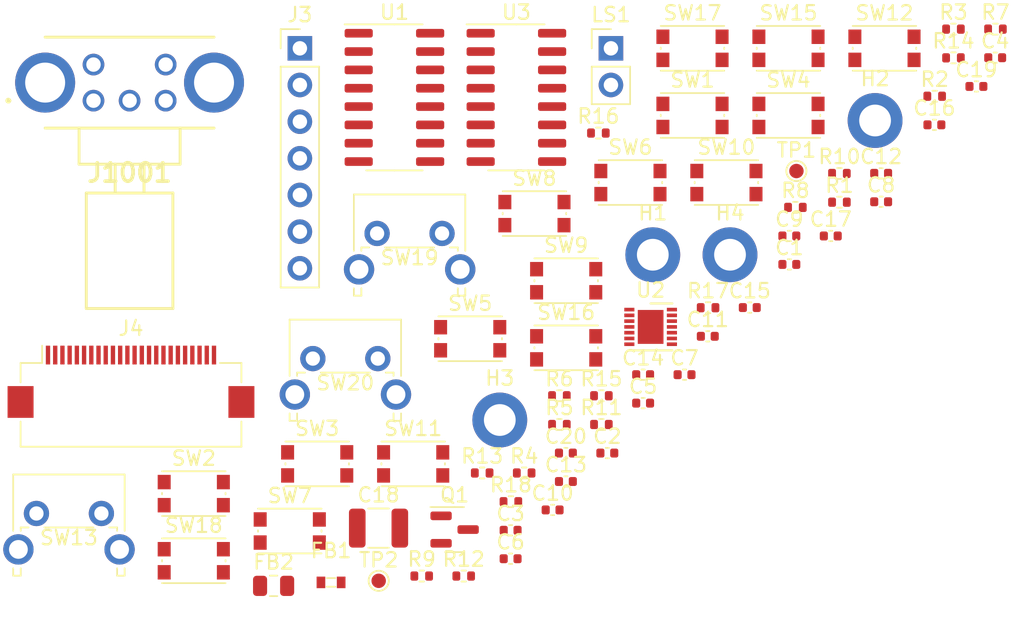
<source format=kicad_pcb>
(kicad_pcb (version 20211014) (generator pcbnew)
  (layers (0 "F.Cu" signal) (31 "B.Cu" signal) (34 "B.Paste" user) (35 "F.Paste" user) (36 "B.SilkS" user "B.Silkscreen") (37 "F.SilkS" user "F.Silkscreen") (38 "B.Mask" user) (39 "F.Mask" user) (44 "Edge.Cuts" user))
  (net 0 "")
  (net 1 "ENC_A")
  (net 2 "GND")
  (net 3 "ENC_B")
  (net 4 "Net-(C3-Pad1)")
  (net 5 "Net-(C4-Pad1)")
  (net 6 "ENC_BTN")
  (net 7 "BTN_F1")
  (net 8 "MIC")
  (net 9 "Net-(C7-Pad2)")
  (net 10 "Net-(C8-Pad1)")
  (net 11 "VDD")
  (net 12 "Net-(C10-Pad1)")
  (net 13 "BTN_F2")
  (net 14 "Net-(C12-Pad1)")
  (net 15 "VIN")
  (net 16 "Net-(FB1-Pad2)")
  (net 17 "OLED_RST")
  (net 18 "OLED_DC")
  (net 19 "OLED_CS")
  (net 20 "OLED_SPI_SCK")
  (net 21 "OLED_SPI_MOSI")
  (net 22 "KBD_CS")
  (net 23 "KBD_SPI_MISO")
  (net 24 "PTT_IN")
  (net 25 "MIC_MUTE")
  (net 26 "MIC_GAIN")
  (net 27 "SPK_P")
  (net 28 "SPK_N")
  (net 29 "AUDIO_MIC")
  (net 30 "Net-(R1-Pad1)")
  (net 31 "Net-(R2-Pad1)")
  (net 32 "Net-(R6-Pad2)")
  (net 35 "INT_SPK")
  (net 36 "Net-(Q1-Pad1)")
  (net 37 "KBD_N_CS")
  (net 38 "Net-(R12-Pad1)")
  (net 39 "Net-(R11-Pad1)")
  (net 40 "Net-(R13-Pad1)")
  (net 41 "Net-(R15-Pad1)")
  (net 42 "Net-(R16-Pad2)")
  (net 43 "C1")
  (net 44 "R1")
  (net 45 "R2")
  (net 46 "R3")
  (net 47 "R4")
  (net 48 "C2")
  (net 49 "C3")
  (net 50 "C4")
  (net 55 "SISO")
  (footprint "Fuse:Fuse_0805_2012Metric" (layer "F.Cu") (at 109.558 101.518)
    (fp_text reference "FB2" (at 0 -1.65) (layer "F.SilkS"))
    (fp_text value "FB0805")
    (pad "1" smd roundrect (at -0.9375 0) (size 0.975 1.4) (layers "F.Cu" "F.Paste" "F.Mask") (net 11 "VDD"))
    (pad "2" smd roundrect (at 0.9375 0) (size 0.975 1.4) (layers "F.Cu" "F.Paste" "F.Mask") (net 15 "VIN"))
  )
  (footprint "Capacitor_SMD:C_1210_3225Metric" (layer "F.Cu") (at 116.828 97.518)
    (fp_text reference "C18" (at 0 -2.3) (layer "F.SilkS"))
    (fp_text value "22u")
    (pad "1" smd roundrect (at -1.475 0) (size 1.15 2.7) (layers "F.Cu" "F.Paste" "F.Mask") (roundrect_rratio 0.217391) (net 11 "VDD"))
    (pad "2" smd roundrect (at 1.475 0) (size 1.15 2.7) (layers "F.Cu" "F.Paste" "F.Mask") (roundrect_rratio 0.217391) (net 2 "GND"))
  )
  (footprint "Capacitor_SMD:C_0402_1005Metric" (layer "F.Cu") (at 125.978 99.638)
    (fp_text reference "C6" (at 0 -1.16) (layer "F.SilkS"))
    (fp_text value "100n")
    (pad "1" smd roundrect (at -0.48 0) (size 0.56 0.62) (layers "F.Cu" "F.Paste" "F.Mask") (net 7 "BTN_F1"))
    (pad "2" smd roundrect (at 0.48 0) (size 0.56 0.62) (layers "F.Cu" "F.Paste" "F.Mask") (net 2 "GND"))
  )
  (footprint "SamacSys_Parts2:ACZ11BR4E15FA120C" (layer "F.Cu") (at 97.081 67.903)
    (fp_text reference "J1001" (at 2.5 5) (layer "F.SilkS") (effects (font (size 1.27 1.27) (thickness 0.254))))
    (fp_text value "ACZ11BR4E-15FA1-20C" hide)
    (pad "A1" thru_hole circle locked (at 0 0) (size 1.5 1.5) (drill 1) (layers *.Cu *.Mask) (net 30 "Net-(R1-Pad1)"))
    (pad "B1" thru_hole circle locked (at 5 0) (size 1.5 1.5) (drill 1) (layers *.Cu *.Mask) (net 31 "Net-(R2-Pad1)"))
    (pad "C1" thru_hole circle locked (at 2.5 0) (size 1.5 1.5) (drill 1) (layers *.Cu *.Mask) (net 2 "GND"))
    (pad "MH1" thru_hole circle locked (at -3.35 -1.25) (size 4.155 4.155) (drill 2.77) (layers *.Cu *.Mask))
    (pad "MH2" thru_hole circle locked (at 8.35 -1.25) (size 4.155 4.155) (drill 2.77) (layers *.Cu *.Mask))
    (pad "S1" thru_hole circle locked (at 0 -2.5) (size 1.5 1.5) (drill 1) (layers *.Cu *.Mask) (net 32 "Net-(R6-Pad2)"))
    (pad "S2" thru_hole circle locked (at 5 -2.5) (size 1.5 1.5) (drill 1) (layers *.Cu *.Mask) (net 2 "GND"))
  )
  (footprint "Capacitor_SMD:C_0402_1005Metric" (layer "F.Cu") (at 128.888 96.258)
    (fp_text reference "C10" (at 0 -1.16) (layer "F.SilkS"))
    (fp_text value "470n")
    (pad "1" smd roundrect (at -0.48 0) (size 0.56 0.62) (layers "F.Cu" "F.Paste" "F.Mask") (net 12 "Net-(C10-Pad1)"))
    (pad "2" smd roundrect (at 0.48 0) (size 0.56 0.62) (layers "F.Cu" "F.Paste" "F.Mask") (net 2 "GND"))
  )
  (footprint "Button_Switch_SMD:SW_Push_1P1T_NO_CK_KMR2" (layer "F.Cu") (at 138.578 68.928)
    (fp_text reference "SW1" (at 0 -2.45) (layer "F.SilkS"))
    (fp_text value "SW_Push_45deg")
    (pad "1" smd rect (at 2.05 -0.8) (size 0.9 1) (layers "F.Cu" "F.Paste" "F.Mask") (net 43 "C1"))
    (pad "1" smd rect (at -2.05 -0.8) (size 0.9 1) (layers "F.Cu" "F.Paste" "F.Mask") (net 43 "C1"))
    (pad "2" smd rect (at -2.05 0.8) (size 0.9 1) (layers "F.Cu" "F.Paste" "F.Mask") (net 44 "R1"))
    (pad "2" smd rect (at 2.05 0.8) (size 0.9 1) (layers "F.Cu" "F.Paste" "F.Mask") (net 44 "R1"))
  )
  (footprint "Resistor_SMD:R_0402_1005Metric" (layer "F.Cu") (at 122.728 100.838)
    (fp_text reference "R12" (at 0 -1.17) (layer "F.SilkS"))
    (fp_text value "10k")
    (pad "1" smd roundrect (at -0.51 0) (size 0.54 0.64) (layers "F.Cu" "F.Paste" "F.Mask") (net 38 "Net-(R12-Pad1)"))
    (pad "2" smd roundrect (at 0.51 0) (size 0.54 0.64) (layers "F.Cu" "F.Paste" "F.Mask") (net 7 "BTN_F1"))
  )
  (footprint "Package_DFN_QFN:DFN-14-1EP_3x3mm_P0.4mm_EP1.78x2.35mm" (layer "F.Cu") (at 135.678 83.578)
    (fp_text reference "U2" (at 0 -2.55) (layer "F.SilkS"))
    (fp_text value "MAX9814")
    (pad "1" smd rect (at -1.475 -1.2) (size 0.7 0.25) (layers "F.Cu" "F.Paste" "F.Mask") (net 10 "Net-(C8-Pad1)"))
    (pad "2" smd rect (at -1.475 -0.8) (size 0.7 0.25) (layers "F.Cu" "F.Paste" "F.Mask") (net 25 "MIC_MUTE"))
    (pad "3" smd rect (at -1.475 -0.4) (size 0.7 0.25) (layers "F.Cu" "F.Paste" "F.Mask") (net 14 "Net-(C12-Pad1)"))
    (pad "4" smd rect (at -1.475 0) (size 0.7 0.25) (layers "F.Cu" "F.Paste" "F.Mask") (net 2 "GND"))
    (pad "5" smd rect (at -1.475 0.4) (size 0.7 0.25) (layers "F.Cu" "F.Paste" "F.Mask") (net 11 "VDD"))
    (pad "6" smd rect (at -1.475 0.8) (size 0.7 0.25) (layers "F.Cu" "F.Paste" "F.Mask") (net 29 "AUDIO_MIC"))
    (pad "7" smd rect (at -1.475 1.2) (size 0.7 0.25) (layers "F.Cu" "F.Paste" "F.Mask") (net 2 "GND"))
    (pad "8" smd rect (at 1.475 1.2) (size 0.7 0.25) (layers "F.Cu" "F.Paste" "F.Mask") (net 9 "Net-(C7-Pad2)"))
    (pad "9" smd rect (at 1.475 0.8) (size 0.7 0.25) (layers "F.Cu" "F.Paste" "F.Mask"))
    (pad "10" smd rect (at 1.475 0.4) (size 0.7 0.25) (layers "F.Cu" "F.Paste" "F.Mask") (net 40 "Net-(R13-Pad1)"))
    (pad "11" smd rect (at 1.475 0) (size 0.7 0.25) (layers "F.Cu" "F.Paste" "F.Mask") (net 2 "GND"))
    (pad "12" smd rect (at 1.475 -0.4) (size 0.7 0.25) (layers "F.Cu" "F.Paste" "F.Mask") (net 12 "Net-(C10-Pad1)"))
    (pad "13" smd rect (at 1.475 -0.8) (size 0.7 0.25) (layers "F.Cu" "F.Paste" "F.Mask") (net 39 "Net-(R11-Pad1)"))
    (pad "14" smd rect (at 1.475 -1.2) (size 0.7 0.25) (layers "F.Cu" "F.Paste" "F.Mask") (net 41 "Net-(R15-Pad1)"))
    (pad "15" smd rect (at 0 0) (size 1.78 2.35) (layers "F.Cu" "F.Mask") (net 2 "GND"))
  )
  (footprint "Connector_PinHeader_2.54mm:PinHeader_1x07_P2.54mm_Vertical" (layer "F.Cu") (at 111.378 64.278)
    (fp_text reference "J3" (at 0 -2.33) (layer "F.SilkS"))
    (fp_text value "OLED")
    (pad "1" thru_hole rect (at 0 0) (size 1.7 1.7) (drill 1) (layers *.Cu *.Mask) (net 17 "OLED_RST"))
    (pad "2" thru_hole oval (at 0 2.54) (size 1.7 1.7) (drill 1) (layers *.Cu *.Mask) (net 18 "OLED_DC"))
    (pad "3" thru_hole oval (at 0 5.08) (size 1.7 1.7) (drill 1) (layers *.Cu *.Mask) (net 19 "OLED_CS"))
    (pad "4" thru_hole oval (at 0 7.62) (size 1.7 1.7) (drill 1) (layers *.Cu *.Mask) (net 20 "OLED_SPI_SCK"))
    (pad "5" thru_hole oval (at 0 10.16) (size 1.7 1.7) (drill 1) (layers *.Cu *.Mask) (net 21 "OLED_SPI_MOSI"))
    (pad "6" thru_hole oval (at 0 12.7) (size 1.7 1.7) (drill 1) (layers *.Cu *.Mask) (net 2 "GND"))
    (pad "7" thru_hole oval (at 0 15.24) (size 1.7 1.7) (drill 1) (layers *.Cu *.Mask) (net 11 "VDD"))
  )
  (footprint "Package_TO_SOT_SMD:SOT-23" (layer "F.Cu") (at 122.098 97.618)
    (fp_text reference "Q1" (at 0 -2.4) (layer "F.SilkS"))
    (fp_text value "BSS138")
    (pad "1" smd roundrect (at -0.9375 -0.95) (size 1.475 0.6) (layers "F.Cu" "F.Paste" "F.Mask") (net 36 "Net-(Q1-Pad1)"))
    (pad "2" smd roundrect (at -0.9375 0.95) (size 1.475 0.6) (layers "F.Cu" "F.Paste" "F.Mask") (net 2 "GND"))
    (pad "3" smd roundrect (at 0.9375 0) (size 1.475 0.6) (layers "F.Cu" "F.Paste" "F.Mask") (net 37 "KBD_N_CS"))
  )
  (footprint "Button_Switch_SMD:SW_Push_1P1T_NO_CK_KMR2" (layer "F.Cu") (at 104.028 95.128)
    (fp_text reference "SW2" (at 0 -2.45) (layer "F.SilkS"))
    (fp_text value "SW_Push_45deg")
    (pad "1" smd rect (at 2.05 -0.8) (size 0.9 1) (layers "F.Cu" "F.Paste" "F.Mask") (net 43 "C1"))
    (pad "1" smd rect (at -2.05 -0.8) (size 0.9 1) (layers "F.Cu" "F.Paste" "F.Mask") (net 43 "C1"))
    (pad "2" smd rect (at -2.05 0.8) (size 0.9 1) (layers "F.Cu" "F.Paste" "F.Mask") (net 45 "R2"))
    (pad "2" smd rect (at 2.05 0.8) (size 0.9 1) (layers "F.Cu" "F.Paste" "F.Mask") (net 45 "R2"))
  )
  (footprint "Capacitor_SMD:C_0402_1005Metric" (layer "F.Cu") (at 151.648 72.938)
    (fp_text reference "C12" (at 0 -1.16) (layer "F.SilkS"))
    (fp_text value "2u2")
    (pad "1" smd roundrect (at -0.48 0) (size 0.56 0.62) (layers "F.Cu" "F.Paste" "F.Mask") (net 14 "Net-(C12-Pad1)"))
    (pad "2" smd roundrect (at 0.48 0) (size 0.56 0.62) (layers "F.Cu" "F.Paste" "F.Mask") (net 2 "GND"))
  )
  (footprint "Button_Switch_THT:SW_Tactile_SPST_Angled_PTS645Vx31-2LFS" (layer "F.Cu") (at 93.128 96.503)
    (fp_text reference "SW13" (at 2.25 1.68) (layer "F.SilkS"))
    (fp_text value "PTT")
    (pad "" thru_hole circle (at -1.25 2.49) (size 2.1 2.1) (drill 1.3) (layers *.Cu *.Mask))
    (pad "" thru_hole circle (at 5.76 2.49) (size 2.1 2.1) (drill 1.3) (layers *.Cu *.Mask))
    (pad "1" thru_hole circle (at 0 0) (size 1.75 1.75) (drill 0.99) (layers *.Cu *.Mask) (net 2 "GND"))
    (pad "2" thru_hole circle (at 4.5 0) (size 1.75 1.75) (drill 0.99) (layers *.Cu *.Mask) (net 5 "Net-(C4-Pad1)"))
  )
  (footprint "Capacitor_SMD:C_0402_1005Metric" (layer "F.Cu") (at 145.288 77.278)
    (fp_text reference "C9" (at 0 -1.16) (layer "F.SilkS"))
    (fp_text value "100n")
    (pad "1" smd roundrect (at -0.48 0) (size 0.56 0.62) (layers "F.Cu" "F.Paste" "F.Mask") (net 11 "VDD"))
    (pad "2" smd roundrect (at 0.48 0) (size 0.56 0.62) (layers "F.Cu" "F.Paste" "F.Mask") (net 2 "GND"))
  )
  (footprint "Capacitor_SMD:C_0402_1005Metric" (layer "F.Cu") (at 135.158 88.858)
    (fp_text reference "C5" (at 0 -1.16) (layer "F.SilkS"))
    (fp_text value "10nF")
    (pad "1" smd roundrect (at -0.48 0) (size 0.56 0.62) (layers "F.Cu" "F.Paste" "F.Mask") (net 6 "ENC_BTN"))
    (pad "2" smd roundrect (at 0.48 0) (size 0.56 0.62) (layers "F.Cu" "F.Paste" "F.Mask") (net 2 "GND"))
  )
  (footprint "Capacitor_SMD:C_0402_1005Metric" (layer "F.Cu") (at 132.678 92.318)
    (fp_text reference "C2" (at 0 -1.16) (layer "F.SilkS"))
    (fp_text value "10nF")
    (pad "1" smd roundrect (at -0.48 0) (size 0.56 0.62) (layers "F.Cu" "F.Paste" "F.Mask") (net 3 "ENC_B"))
    (pad "2" smd roundrect (at 0.48 0) (size 0.56 0.62) (layers "F.Cu" "F.Paste" "F.Mask") (net 2 "GND"))
  )
  (footprint "Package_SO:SOIC-16_3.9x9.9mm_P1.27mm" (layer "F.Cu") (at 117.928 67.678)
    (fp_text reference "U1" (at 0 -5.9) (layer "F.SilkS"))
    (fp_text value "74HC595")
    (pad "1" smd roundrect (at -2.475 -4.445) (size 1.95 0.6) (layers "F.Cu" "F.Paste" "F.Mask") (net 45 "R2"))
    (pad "2" smd roundrect (at -2.475 -3.175) (size 1.95 0.6) (layers "F.Cu" "F.Paste" "F.Mask") (net 46 "R3"))
    (pad "3" smd roundrect (at -2.475 -1.905) (size 1.95 0.6) (layers "F.Cu" "F.Paste" "F.Mask") (net 47 "R4"))
    (pad "4" smd roundrect (at -2.475 -0.635) (size 1.95 0.6) (layers "F.Cu" "F.Paste" "F.Mask"))
    (pad "5" smd roundrect (at -2.475 0.635) (size 1.95 0.6) (layers "F.Cu" "F.Paste" "F.Mask"))
    (pad "6" smd roundrect (at -2.475 1.905) (size 1.95 0.6) (layers "F.Cu" "F.Paste" "F.Mask"))
    (pad "7" smd roundrect (at -2.475 3.175) (size 1.95 0.6) (layers "F.Cu" "F.Paste" "F.Mask"))
    (pad "8" smd roundrect (at -2.475 4.445) (size 1.95 0.6) (layers "F.Cu" "F.Paste" "F.Mask") (net 2 "GND"))
    (pad "9" smd roundrect (at 2.475 4.445) (size 1.95 0.6) (layers "F.Cu" "F.Paste" "F.Mask") (net 55 "SISO"))
    (pad "10" smd roundrect (at 2.475 3.175) (size 1.95 0.6) (layers "F.Cu" "F.Paste" "F.Mask") (net 11 "VDD"))
    (pad "11" smd roundrect (at 2.475 1.905) (size 1.95 0.6) (layers "F.Cu" "F.Paste" "F.Mask") (net 20 "OLED_SPI_SCK"))
    (pad "12" smd roundrect (at 2.475 0.635) (size 1.95 0.6) (layers "F.Cu" "F.Paste" "F.Mask") (net 22 "KBD_CS"))
    (pad "13" smd roundrect (at 2.475 -0.635) (size 1.95 0.6) (layers "F.Cu" "F.Paste" "F.Mask") (net 2 "GND"))
    (pad "14" smd roundrect (at 2.475 -1.905) (size 1.95 0.6) (layers "F.Cu" "F.Paste" "F.Mask") (net 21 "OLED_SPI_MOSI"))
    (pad "15" smd roundrect (at 2.475 -3.175) (size 1.95 0.6) (layers "F.Cu" "F.Paste" "F.Mask") (net 44 "R1"))
    (pad "16" smd roundrect (at 2.475 -4.445) (size 1.95 0.6) (layers "F.Cu" "F.Paste" "F.Mask") (net 11 "VDD"))
  )
  (footprint "Capacitor_SMD:C_0402_1005Metric" (layer "F.Cu") (at 155.338 69.578)
    (fp_text reference "C16" (at 0 -1.16) (layer "F.SilkS"))
    (fp_text value "2u2")
    (pad "1" smd roundrect (at -0.48 0) (size 0.56 0.62) (layers "F.Cu" "F.Paste" "F.Mask") (net 11 "VDD"))
    (pad "2" smd roundrect (at 0.48 0) (size 0.56 0.62) (layers "F.Cu" "F.Paste" "F.Mask") (net 2 "GND"))
  )
  (footprint "Button_Switch_SMD:SW_Push_1P1T_NO_CK_KMR2" (layer "F.Cu") (at 134.278 73.578)
    (fp_text reference "SW6" (at 0 -2.45) (layer "F.SilkS"))
    (fp_text value "SW_Push_45deg")
    (pad "1" smd rect (at 2.05 -0.8) (size 0.9 1) (layers "F.Cu" "F.Paste" "F.Mask") (net 48 "C2"))
    (pad "1" smd rect (at -2.05 -0.8) (size 0.9 1) (layers "F.Cu" "F.Paste" "F.Mask") (net 48 "C2"))
    (pad "2" smd rect (at -2.05 0.8) (size 0.9 1) (layers "F.Cu" "F.Paste" "F.Mask") (net 45 "R2"))
    (pad "2" smd rect (at 2.05 0.8) (size 0.9 1) (layers "F.Cu" "F.Paste" "F.Mask") (net 45 "R2"))
  )
  (footprint "MountingHole:MountingHole_2.2mm_M2_DIN965_Pad" (layer "F.Cu") (at 141.178 78.578)
    (fp_text reference "H4" (at 0 -2.9) (layer "F.SilkS"))
    (fp_text value "M2")
    (pad "1" thru_hole circle (at 0 0) (size 3.8 3.8) (drill 2.2) (layers *.Cu *.Mask) (net 2 "GND"))
  )
  (footprint "Capacitor_SMD:C_0402_1005Metric" (layer "F.Cu") (at 142.548 82.238)
    (fp_text reference "C15" (at 0 -1.16) (layer "F.SilkS"))
    (fp_text value "1u")
    (pad "1" smd roundrect (at -0.48 0) (size 0.56 0.62) (layers "F.Cu" "F.Paste" "F.Mask") (net 15 "VIN"))
    (pad "2" smd roundrect (at 0.48 0) (size 0.56 0.62) (layers "F.Cu" "F.Paste" "F.Mask") (net 2 "GND"))
  )
  (footprint "Connector_FFC-FPC:Hirose_FH12-24S-0.5SH_1x24-1MP_P0.50mm_Horizontal" (layer "F.Cu") (at 99.678 87.378)
    (fp_text reference "J4" (at 0 -3.7) (layer "F.SilkS"))
    (fp_text value "Conn_01x24")
    (pad "1" smd rect (at -5.75 -1.85) (size 0.3 1.3) (layers "F.Cu" "F.Paste" "F.Mask") (net 15 "VIN"))
    (pad "2" smd rect (at -5.25 -1.85) (size 0.3 1.3) (layers "F.Cu" "F.Paste" "F.Mask") (net 22 "KBD_CS"))
    (pad "3" smd rect (at -4.75 -1.85) (size 0.3 1.3) (layers "F.Cu" "F.Paste" "F.Mask") (net 23 "KBD_SPI_MISO"))
    (pad "4" smd rect (at -4.25 -1.85) (size 0.3 1.3) (layers "F.Cu" "F.Paste" "F.Mask") (net 21 "OLED_SPI_MOSI"))
    (pad "5" smd rect (at -3.75 -1.85) (size 0.3 1.3) (layers "F.Cu" "F.Paste" "F.Mask") (net 20 "OLED_SPI_SCK"))
    (pad "6" smd rect (at -3.25 -1.85) (size 0.3 1.3) (layers "F.Cu" "F.Paste" "F.Mask") (net 19 "OLED_CS"))
    (pad "7" smd rect (at -2.75 -1.85) (size 0.3 1.3) (layers "F.Cu" "F.Paste" "F.Mask") (net 18 "OLED_DC"))
    (pad "8" smd rect (at -2.25 -1.85) (size 0.3 1.3) (layers "F.Cu" "F.Paste" "F.Mask") (net 17 "OLED_RST"))
    (pad "9" smd rect (at -1.75 -1.85) (size 0.3 1.3) (layers "F.Cu" "F.Paste" "F.Mask") (net 15 "VIN"))
    (pad "10" smd rect (at -1.25 -1.85) (size 0.3 1.3) (layers "F.Cu" "F.Paste" "F.Mask") (net 15 "VIN"))
    (pad "11" smd rect (at -0.75 -1.85) (size 0.3 1.3) (layers "F.Cu" "F.Paste" "F.Mask") (net 2 "GND"))
    (pad "12" smd rect (at -0.25 -1.85) (size 0.3 1.3) (layers "F.Cu" "F.Paste" "F.Mask") (net 7 "BTN_F1"))
    (pad "13" smd rect (at 0.25 -1.85) (size 0.3 1.3) (layers "F.Cu" "F.Paste" "F.Mask") (net 13 "BTN_F2"))
    (pad "14" smd rect (at 0.75 -1.85) (size 0.3 1.3) (layers "F.Cu" "F.Paste" "F.Mask") (net 24 "PTT_IN"))
    (pad "15" smd rect (at 1.25 -1.85) (size 0.3 1.3) (layers "F.Cu" "F.Paste" "F.Mask") (net 1 "ENC_A"))
    (pad "16" smd rect (at 1.75 -1.85) (size 0.3 1.3) (layers "F.Cu" "F.Paste" "F.Mask") (net 3 "ENC_B"))
    (pad "17" smd rect (at 2.25 -1.85) (size 0.3 1.3) (layers "F.Cu" "F.Paste" "F.Mask") (net 6 "ENC_BTN"))
    (pad "18" smd rect (at 2.75 -1.85) (size 0.3 1.3) (layers "F.Cu" "F.Paste" "F.Mask") (net 25 "MIC_MUTE"))
    (pad "19" smd rect (at 3.25 -1.85) (size 0.3 1.3) (layers "F.Cu" "F.Paste" "F.Mask") (net 26 "MIC_GAIN"))
    (pad "20" smd rect (at 3.75 -1.85) (size 0.3 1.3) (layers "F.Cu" "F.Paste" "F.Mask") (net 2 "GND"))
    (pad "21" smd rect (at 4.25 -1.85) (size 0.3 1.3) (layers "F.Cu" "F.Paste" "F.Mask") (net 27 "SPK_P"))
    (pad "22" smd rect (at 4.75 -1.85) (size 0.3 1.3) (layers "F.Cu" "F.Paste" "F.Mask") (net 28 "SPK_N"))
    (pad "23" smd rect (at 5.25 -1.85) (size 0.3 1.3) (layers "F.Cu" "F.Paste" "F.Mask") (net 2 "GND"))
    (pad "24" smd rect (at 5.75 -1.85) (size 0.3 1.3) (layers "F.Cu" "F.Paste" "F.Mask") (net 29 "AUDIO_MIC"))
    (pad "MP" smd rect (at 7.65 1.4) (size 1.8 2.2) (layers "F.Cu" "F.Paste" "F.Mask"))
    (pad "MP" smd rect (at -7.65 1.4) (size 1.8 2.2) (layers "F.Cu" "F.Paste" "F.Mask"))
  )
  (footprint "Button_Switch_SMD:SW_Push_1P1T_NO_CK_KMR2" (layer "F.Cu") (at 127.628 75.728)
    (fp_text reference "SW8" (at 0 -2.45) (layer "F.SilkS"))
    (fp_text value "SW_Push_45deg")
    (pad "1" smd rect (at 2.05 -0.8) (size 0.9 1) (layers "F.Cu" "F.Paste" "F.Mask") (net 48 "C2"))
    (pad "1" smd rect (at -2.05 -0.8) (size 0.9 1) (layers "F.Cu" "F.Paste" "F.Mask") (net 48 "C2"))
    (pad "2" smd rect (at 2.05 0.8) (size 0.9 1) (layers "F.Cu" "F.Paste" "F.Mask") (net 47 "R4"))
    (pad "2" smd rect (at -2.05 0.8) (size 0.9 1) (layers "F.Cu" "F.Paste" "F.Mask") (net 47 "R4"))
  )
  (footprint "Resistor_SMD:R_0402_1005Metric" (layer "F.Cu") (at 156.658 64.938)
    (fp_text reference "R14" (at 0 -1.17) (layer "F.SilkS"))
    (fp_text value "10k")
    (pad "1" smd roundrect (at -0.51 0) (size 0.54 0.64) (layers "F.Cu" "F.Paste" "F.Mask") (net 11 "VDD"))
    (pad "2" smd roundrect (at 0.51 0) (size 0.54 0.64) (layers "F.Cu" "F.Paste" "F.Mask") (net 37 "KBD_N_CS"))
  )
  (footprint "MountingHole:MountingHole_2.2mm_M2_DIN965_Pad" (layer "F.Cu") (at 135.828 78.578)
    (fp_text reference "H1" (at 0 -2.9) (layer "F.SilkS"))
    (fp_text value "M2")
    (pad "1" thru_hole circle (at 0 0) (size 3.8 3.8) (drill 2.2) (layers *.Cu *.Mask) (net 2 "GND"))
  )
  (footprint "Connector_PinHeader_2.54mm:PinHeader_1x02_P2.54mm_Vertical" (layer "F.Cu") (at 132.928 64.278)
    (fp_text reference "LS1" (at 0 -2.33) (layer "F.SilkS"))
    (fp_text value "Speaker")
    (pad "1" thru_hole rect (at 0 0) (size 1.7 1.7) (drill 1) (layers *.Cu *.Mask) (net 35 "INT_SPK"))
    (pad "2" thru_hole oval (at 0 2.54) (size 1.7 1.7) (drill 1) (layers *.Cu *.Mask) (net 28 "SPK_N"))
  )
  (footprint "Resistor_SMD:R_0402_1005Metric" (layer "F.Cu") (at 119.818 100.838)
    (fp_text reference "R9" (at 0 -1.17) (layer "F.SilkS"))
    (fp_text value "10k")
    (pad "1" smd roundrect (at -0.51 0) (size 0.54 0.64) (layers "F.Cu" "F.Paste" "F.Mask") (net 11 "VDD"))
    (pad "2" smd roundrect (at 0.51 0) (size 0.54 0.64) (layers "F.Cu" "F.Paste" "F.Mask") (net 38 "Net-(R12-Pad1)"))
  )
  (footprint "Capacitor_SMD:C_0402_1005Metric" (layer "F.Cu") (at 151.648 74.908)
    (fp_text reference "C8" (at 0 -1.16) (layer "F.SilkS"))
    (fp_text value "100n")
    (pad "1" smd roundrect (at -0.48 0) (size 0.56 0.62) (layers "F.Cu" "F.Paste" "F.Mask") (net 10 "Net-(C8-Pad1)"))
    (pad "2" smd roundrect (at 0.48 0) (size 0.56 0.62) (layers "F.Cu" "F.Paste" "F.Mask") (net 2 "GND"))
  )
  (footprint "Button_Switch_SMD:SW_Push_1P1T_NO_CK_KMR2" (layer "F.Cu") (at 145.228 68.928)
    (fp_text reference "SW4" (at 0 -2.45) (layer "F.SilkS"))
    (fp_text value "SW_Push_45deg")
    (pad "1" smd rect (at -2.05 -0.8) (size 0.9 1) (layers "F.Cu" "F.Paste" "F.Mask") (net 43 "C1"))
    (pad "1" smd rect (at 2.05 -0.8) (size 0.9 1) (layers "F.Cu" "F.Paste" "F.Mask") (net 43 "C1"))
    (pad "2" smd rect (at 2.05 0.8) (size 0.9 1) (layers "F.Cu" "F.Paste" "F.Mask") (net 47 "R4"))
    (pad "2" smd rect (at -2.05 0.8) (size 0.9 1) (layers "F.Cu" "F.Paste" "F.Mask") (net 47 "R4"))
  )
  (footprint "Resistor_SMD:R_0402_1005Metric" (layer "F.Cu") (at 155.358 67.598)
    (fp_text reference "R2" (at 0 -1.17) (layer "F.SilkS"))
    (fp_text value "10k")
    (pad "1" smd roundrect (at -0.51 0) (size 0.54 0.64) (layers "F.Cu" "F.Paste" "F.Mask") (net 31 "Net-(R2-Pad1)"))
    (pad "2" smd roundrect (at 0.51 0) (size 0.54 0.64) (layers "F.Cu" "F.Paste" "F.Mask") (net 3 "ENC_B"))
  )
  (footprint "Resistor_SMD:R_0402_1005Metric" (layer "F.Cu") (at 139.658 82.248)
    (fp_text reference "R17" (at 0 -1.17) (layer "F.SilkS"))
    (fp_text value "150k")
    (pad "1" smd roundrect (at -0.51 0) (size 0.54 0.64) (layers "F.Cu" "F.Paste" "F.Mask") (net 41 "Net-(R15-Pad1)"))
    (pad "2" smd roundrect (at 0.51 0) (size 0.54 0.64) (layers "F.Cu" "F.Paste" "F.Mask") (net 39 "Net-(R11-Pad1)"))
  )
  (footprint "TestPoint:TestPoint_Pad_D1.0mm" (layer "F.Cu") (at 145.778 72.778)
    (fp_text reference "TP1" (at 0 -1.448) (layer "F.SilkS"))
    (fp_text value "TP_MIC")
    (pad "1" smd circle (at 0 0) (size 1 1) (layers "F.Cu" "F.Mask") (net 8 "MIC"))
  )
  (footprint "Button_Switch_SMD:SW_Push_1P1T_NO_CK_KMR2" (layer "F.Cu") (at 112.578 93.068)
    (fp_text reference "SW3" (at 0 -2.45) (layer "F.SilkS"))
    (fp_text value "SW_Push_45deg")
    (pad "1" smd rect (at -2.05 -0.8) (size 0.9 1) (layers "F.Cu" "F.Paste" "F.Mask") (net 43 "C1"))
    (pad "1" smd rect (at 2.05 -0.8) (size 0.9 1) (layers "F.Cu" "F.Paste" "F.Mask") (net 43 "C1"))
    (pad "2" smd rect (at -2.05 0.8) (size 0.9 1) (layers "F.Cu" "F.Paste" "F.Mask") (net 46 "R3"))
    (pad "2" smd rect (at 2.05 0.8) (size 0.9 1) (layers "F.Cu" "F.Paste" "F.Mask") (net 46 "R3"))
  )
  (footprint "Resistor_SMD:R_0402_1005Metric" (layer "F.Cu") (at 156.658 62.948)
    (fp_text reference "R3" (at 0 -1.17) (layer "F.SilkS"))
    (fp_text value "10k")
    (pad "1" smd roundrect (at -0.51 0) (size 0.54 0.64) (layers "F.Cu" "F.Paste" "F.Mask") (net 11 "VDD"))
    (pad "2" smd roundrect (at 0.51 0) (size 0.54 0.64) (layers "F.Cu" "F.Paste" "F.Mask") (net 31 "Net-(R2-Pad1)"))
  )
  (footprint "Package_SO:SOIC-16_3.9x9.9mm_P1.27mm" (layer "F.Cu") (at 126.378 67.678)
    (fp_text reference "U3" (at 0 -5.9) (layer "F.SilkS"))
    (fp_text value "74HC165")
    (pad "1" smd roundrect (at -2.475 -4.445) (size 1.95 0.6) (layers "F.Cu" "F.Paste" "F.Mask") (net 37 "KBD_N_CS"))
    (pad "2" smd roundrect (at -2.475 -3.175) (size 1.95 0.6) (layers "F.Cu" "F.Paste" "F.Mask") (net 20 "OLED_SPI_SCK"))
    (pad "3" smd roundrect (at -2.475 -1.905) (size 1.95 0.6) (layers "F.Cu" "F.Paste" "F.Mask"))
    (pad "4" smd roundrect (at -2.475 -0.635) (size 1.95 0.6) (layers "F.Cu" "F.Paste" "F.Mask"))
    (pad "5" smd roundrect (at -2.475 0.635) (size 1.95 0.6) (layers "F.Cu" "F.Paste" "F.Mask"))
    (pad "6" smd roundrect (at -2.475 1.905) (size 1.95 0.6) (layers "F.Cu" "F.Paste" "F.Mask"))
    (pad "7" smd roundrect (at -2.475 3.175) (size 1.95 0.6) (layers "F.Cu" "F.Paste" "F.Mask"))
    (pad "8" smd roundrect (at -2.475 4.445) (size 1.95 0.6) (layers "F.Cu" "F.Paste" "F.Mask") (net 2 "GND"))
    (pad "9" smd roundrect (at 2.475 4.445) (size 1.95 0.6) (layers "F.Cu" "F.Paste" "F.Mask") (net 23 "KBD_SPI_MISO"))
    (pad "10" smd roundrect (at 2.475 3.175) (size 1.95 0.6) (layers "F.Cu" "F.Paste" "F.Mask") (net 55 "SISO"))
    (pad "11" smd roundrect (at 2.475 1.905) (size 1.95 0.6) (layers "F.Cu" "F.Paste" "F.Mask") (net 43 "C1"))
    (pad "12" smd roundrect (at 2.475 0.635) (size 1.95 0.6) (layers "F.Cu" "F.Paste" "F.Mask") (net 48 "C2"))
    (pad "13" smd roundrect (at 2.475 -0.635) (size 1.95 0.6) (layers "F.Cu" "F.Paste" "F.Mask") (net 49 "C3"))
    (pad "14" smd roundrect (at 2.475 -1.905) (size 1.95 0.6) (layers "F.Cu" "F.Paste" "F.Mask") (net 50 "C4"))
    (pad "15" smd roundrect (at 2.475 -3.175) (size 1.95 0.6) (layers "F.Cu" "F.Paste" "F.Mask") (net 2 "GND"))
    (pad "16" smd roundrect (at 2.475 -4.445) (size 1.95 0.6) (layers "F.Cu" "F.Paste" "F.Mask") (net 11 "VDD"))
  )
  (footprint "digikey-footprints:0603" (layer "F.Cu") (at 113.538 101.278)
    (fp_text reference "FB1" (at 0 -2.2) (layer "F.SilkS"))
    (fp_text value "BLM18AG601SN1D")
    (pad "1" smd rect locked (at -0.7 0) (size 0.6 0.8) (layers "F.Cu" "F.Paste" "F.Mask") (net 8 "MIC"))
    (pad "2" smd rect locked (at 0.7 0) (size 0.6 0.8) (layers "F.Cu" "F.Paste" "F.Mask") (net 16 "Net-(FB1-Pad2)"))
  )
  (footprint "Capacitor_SMD:C_0402_1005Metric" (layer "F.Cu") (at 129.808 94.288)
    (fp_text reference "C13" (at 0 -1.16) (layer "F.SilkS"))
    (fp_text value "100n")
    (pad "1" smd roundrect (at -0.48 0) (size 0.56 0.62) (layers "F.Cu" "F.Paste" "F.Mask") (net 15 "VIN"))
    (pad "2" smd roundrect (at 0.48 0) (size 0.56 0.62) (layers "F.Cu" "F.Paste" "F.Mask") (net 2 "GND"))
  )
  (footprint "Resistor_SMD:R_0402_1005Metric" (layer "F.Cu") (at 148.758 72.948)
    (fp_text reference "R10" (at 0 -1.17) (layer "F.SilkS"))
    (fp_text value "330")
    (pad "1" smd roundrect (at -0.51 0) (size 0.54 0.64) (layers "F.Cu" "F.Paste" "F.Mask") (net 22 "KBD_CS"))
    (pad "2" smd roundrect (at 0.51 0) (size 0.54 0.64) (layers "F.Cu" "F.Paste" "F.Mask") (net 36 "Net-(Q1-Pad1)"))
  )
  (footprint "Button_Switch_SMD:SW_Push_1P1T_NO_CK_KMR2" (layer "F.Cu") (at 119.228 93.068)
    (fp_text reference "SW11" (at 0 -2.45) (layer "F.SilkS"))
    (fp_text value "SW_Push_45deg")
    (pad "1" smd rect (at -2.05 -0.8) (size 0.9 1) (layers "F.Cu" "F.Paste" "F.Mask") (net 49 "C3"))
    (pad "1" smd rect (at 2.05 -0.8) (size 0.9 1) (layers "F.Cu" "F.Paste" "F.Mask") (net 49 "C3"))
    (pad "2" smd rect (at -2.05 0.8) (size 0.9 1) (layers "F.Cu" "F.Paste" "F.Mask") (net 46 "R3"))
    (pad "2" smd rect (at 2.05 0.8) (size 0.9 1) (layers "F.Cu" "F.Paste" "F.Mask") (net 46 "R3"))
  )
  (footprint "Resistor_SMD:R_0402_1005Metric" (layer "F.Cu") (at 132.268 90.338)
    (fp_text reference "R11" (at 0 -1.17) (layer "F.SilkS"))
    (fp_text value "2k2")
    (pad "1" smd roundrect (at -0.51 0) (size 0.54 0.64) (layers "F.Cu" "F.Paste" "F.Mask") (net 39 "Net-(R11-Pad1)"))
    (pad "2" smd roundrect (at 0.51 0) (size 0.54 0.64) (layers "F.Cu" "F.Paste" "F.Mask") (net 8 "MIC"))
  )
  (footprint "Resistor_SMD:R_0402_1005Metric" (layer "F.Cu") (at 125.998 95.688)
    (fp_text reference "R18" (at 0 -1.17) (layer "F.SilkS"))
    (fp_text value "10k")
    (pad "1" smd roundrect (at -0.51 0) (size 0.54 0.64) (layers "F.Cu" "F.Paste" "F.Mask") (net 42 "Net-(R16-Pad2)"))
    (pad "2" smd roundrect (at 0.51 0) (size 0.54 0.64) (layers "F.Cu" "F.Paste" "F.Mask") (net 13 "BTN_F2"))
  )
  (footprint "Button_Switch_SMD:SW_Push_1P1T_NO_CK_KMR2" (layer "F.Cu") (at 145.228 64.278)
    (fp_text reference "SW15" (at 0 -2.45) (layer "F.SilkS"))
    (fp_text value "SW_Push_45deg")
    (pad "1" smd rect (at -2.05 -0.8) (size 0.9 1) (layers "F.Cu" "F.Paste" "F.Mask") (net 50 "C4"))
    (pad "1" smd rect (at 2.05 -0.8) (size 0.9 1) (layers "F.Cu" "F.Paste" "F.Mask") (net 50 "C4"))
    (pad "2" smd rect (at -2.05 0.8) (size 0.9 1) (layers "F.Cu" "F.Paste" "F.Mask") (net 44 "R1"))
    (pad "2" smd rect (at 2.05 0.8) (size 0.9 1) (layers "F.Cu" "F.Paste" "F.Mask") (net 44 "R1"))
  )
  (footprint "Resistor_SMD:R_0402_1005Metric" (layer "F.Cu") (at 129.358 88.348)
    (fp_text reference "R6" (at 0 -1.17) (layer "F.SilkS"))
    (fp_text value "10k")
    (pad "1" smd roundrect (at -0.51 0) (size 0.54 0.64) (layers "F.Cu" "F.Paste" "F.Mask") (net 11 "VDD"))
    (pad "2" smd roundrect (at 0.51 0) (size 0.54 0.64) (layers "F.Cu" "F.Paste" "F.Mask") (net 32 "Net-(R6-Pad2)"))
  )
  (footprint "Capacitor_SMD:C_0402_1005Metric" (layer "F.Cu") (at 145.288 79.248)
    (fp_text reference "C1" (at 0 -1.16) (layer "F.SilkS"))
    (fp_text value "10nF")
    (pad "1" smd roundrect (at -0.48 0) (size 0.56 0.62) (layers "F.Cu" "F.Paste" "F.Mask") (net 1 "ENC_A"))
    (pad "2" smd roundrect (at 0.48 0) (size 0.56 0.62) (layers "F.Cu" "F.Paste" "F.Mask") (net 2 "GND"))
  )
  (footprint "Capacitor_SMD:C_0402_1005Metric" (layer "F.Cu") (at 159.548 64.928)
    (fp_text reference "C4" (at 0 -1.16) (layer "F.SilkS"))
    (fp_text value "100n")
    (pad "1" smd roundrect (at -0.48 0) (size 0.56 0.62) (layers "F.Cu" "F.Paste" "F.Mask") (net 5 "Net-(C4-Pad1)"))
    (pad "2" smd roundrect (at 0.48 0) (size 0.56 0.62) (layers "F.Cu" "F.Paste" "F.Mask") (net 2 "GND"))
  )
  (footprint "Resistor_SMD:R_0402_1005Metric" (layer "F.Cu") (at 132.268 88.348)
    (fp_text reference "R15" (at 0 -1.17) (layer "F.SilkS"))
    (fp_text value "100k")
    (pad "1" smd roundrect (at -0.51 0) (size 0.54 0.64) (layers "F.Cu" "F.Paste" "F.Mask") (net 41 "Net-(R15-Pad1)"))
    (pad "2" smd roundrect (at 0.51 0) (size 0.54 0.64) (layers "F.Cu" "F.Paste" "F.Mask") (net 2 "GND"))
  )
  (footprint "Resistor_SMD:R_0402_1005Metric" (layer "F.Cu") (at 159.568 62.948)
    (fp_text reference "R7" (at 0 -1.17) (layer "F.SilkS"))
    (fp_text value "2k2")
    (pad "1" smd roundrect (at -0.51 0) (size 0.54 0.64) (layers "F.Cu" "F.Paste" "F.Mask") (net 24 "PTT_IN"))
    (pad "2" smd roundrect (at 0.51 0) (size 0.54 0.64) (layers "F.Cu" "F.Paste" "F.Mask") (net 5 "Net-(C4-Pad1)"))
  )
  (footprint "Capacitor_SMD:C_0402_1005Metric" (layer "F.Cu") (at 148.158 77.278)
    (fp_text reference "C17" (at 0 -1.16) (layer "F.SilkS"))
    (fp_text value "100n")
    (pad "1" smd roundrect (at -0.48 0) (size 0.56 0.62) (layers "F.Cu" "F.Paste" "F.Mask") (net 11 "VDD"))
    (pad "2" smd roundrect (at 0.48 0) (size 0.56 0.62) (layers "F.Cu" "F.Paste" "F.Mask") (net 2 "GND"))
  )
  (footprint "Button_Switch_SMD:SW_Push_1P1T_NO_CK_KMR2" (layer "F.Cu") (at 104.028 99.778)
    (fp_text reference "SW18" (at 0 -2.45) (layer "F.SilkS"))
    (fp_text value "SW_Push_45deg")
    (pad "1" smd rect (at -2.05 -0.8) (size 0.9 1) (layers "F.Cu" "F.Paste" "F.Mask") (net 50 "C4"))
    (pad "1" smd rect (at 2.05 -0.8) (size 0.9 1) (layers "F.Cu" "F.Paste" "F.Mask") (net 50 "C4"))
    (pad "2" smd rect (at 2.05 0.8) (size 0.9 1) (layers "F.Cu" "F.Paste" "F.Mask") (net 47 "R4"))
    (pad "2" smd rect (at -2.05 0.8) (size 0.9 1) (layers "F.Cu" "F.Paste" "F.Mask") (net 47 "R4"))
  )
  (footprint "Button_Switch_SMD:SW_Push_1P1T_NO_CK_KMR2" (layer "F.Cu") (at 129.828 85.028)
    (fp_text reference "SW16" (at 0 -2.45) (layer "F.SilkS"))
    (fp_text value "SW_Push_45deg")
    (pad "1" smd rect (at 2.05 -0.8) (size 0.9 1) (layers "F.Cu" "F.Paste" "F.Mask") (net 50 "C4"))
    (pad "1" smd rect (at -2.05 -0.8) (size 0.9 1) (layers "F.Cu" "F.Paste" "F.Mask") (net 50 "C4"))
    (pad "2" smd rect (at -2.05 0.8) (size 0.9 1) (layers "F.Cu" "F.Paste" "F.Mask") (net 45 "R2"))
    (pad "2" smd rect (at 2.05 0.8) (size 0.9 1) (layers "F.Cu" "F.Paste" "F.Mask") (net 45 "R2"))
  )
  (footprint "Capacitor_SMD:C_0402_1005Metric" (layer "F.Cu") (at 129.808 92.318)
    (fp_text reference "C20" (at 0 -1.16) (layer "F.SilkS"))
    (fp_text value "100n")
    (pad "1" smd roundrect (at -0.48 0) (size 0.56 0.62) (layers "F.Cu" "F.Paste" "F.Mask") (net 11 "VDD"))
    (pad "2" smd roundrect (at 0.48 0) (size 0.56 0.62) (layers "F.Cu" "F.Paste" "F.Mask") (net 2 "GND"))
  )
  (footprint "Resistor_SMD:R_0402_1005Metric" (layer "F.Cu") (at 148.758 74.938)
    (fp_text reference "R1" (at 0 -1.17) (layer "F.SilkS"))
    (fp_text value "10k")
    (pad "1" smd roundrect (at -0.51 0) (size 0.54 0.64) (layers "F.Cu" "F.Paste" "F.Mask") (net 30 "Net-(R1-Pad1)"))
    (pad "2" smd roundrect (at 0.51 0) (size 0.54 0.64) (layers "F.Cu" "F.Paste" "F.Mask") (net 1 "ENC_A"))
  )
  (footprint "MountingHole:MountingHole_2.2mm_M2_DIN965_Pad" (layer "F.Cu") (at 151.228 69.278)
    (fp_text reference "H2" (at 0 -2.9) (layer "F.SilkS"))
    (fp_text value "M2")
    (pad "1" thru_hole circle (at 0 0) (size 3.8 3.8) (drill 2.2) (layers *.Cu *.Mask) (net 2 "GND"))
  )
  (footprint "Capacitor_SMD:C_0402_1005Metric" (layer "F.Cu") (at 138.028 86.888)
    (fp_text reference "C7" (at 0 -1.16) (layer "F.SilkS"))
    (fp_text value "100n")
    (pad "1" smd roundrect (at -0.48 0) (size 0.56 0.62) (layers "F.Cu" "F.Paste" "F.Mask") (net 8 "MIC"))
    (pad "2" smd roundrect (at 0.48 0) (size 0.56 0.62) (layers "F.Cu" "F.Paste" "F.Mask") (net 9 "Net-(C7-Pad2)"))
  )
  (footprint "Capacitor_SMD:C_0402_1005Metric" (layer "F.Cu") (at 125.978 97.668)
    (fp_text reference "C3" (at 0 -1.16) (layer "F.SilkS"))
    (fp_text value "220p")
    (pad "1" smd roundrect (at -0.48 0) (size 0.56 0.62) (layers "F.Cu" "F.Paste" "F.Mask") (net 4 "Net-(C3-Pad1)"))
    (pad "2" smd roundrect (at 0.48 0) (size 0.56 0.62) (layers "F.Cu" "F.Paste" "F.Mask") (net 2 "GND"))
  )
  (footprint "Resistor_SMD:R_0402_1005Metric" (layer "F.Cu") (at 145.708 75.298)
    (fp_text reference "R8" (at 0 -1.17) (layer "F.SilkS"))
    (fp_text value "10k")
    (pad "1" smd roundrect (at -0.51 0) (size 0.54 0.64) (layers "F.Cu" "F.Paste" "F.Mask") (net 6 "ENC_BTN"))
    (pad "2" smd roundrect (at 0.51 0) (size 0.54 0.64) (layers "F.Cu" "F.Paste" "F.Mask") (net 32 "Net-(R6-Pad2)"))
  )
  (footprint "Resistor_SMD:R_0402_1005Metric" (layer "F.Cu") (at 132.058 70.148)
    (fp_text reference "R16" (at 0 -1.17) (layer "F.SilkS"))
    (fp_text value "10k")
    (pad "1" smd roundrect (at -0.51 0) (size 0.54 0.64) (layers "F.Cu" "F.Paste" "F.Mask") (net 11 "VDD"))
    (pad "2" smd roundrect (at 0.51 0) (size 0.54 0.64) (layers "F.Cu" "F.Paste" "F.Mask") (net 42 "Net-(R16-Pad2)"))
  )
  (footprint "Button_Switch_SMD:SW_Push_1P1T_NO_CK_KMR2" (layer "F.Cu") (at 151.878 64.278)
    (fp_text reference "SW12" (at 0 -2.45) (layer "F.SilkS"))
    (fp_text value "SW_Push_45deg")
    (pad "1" smd rect (at -2.05 -0.8) (size 0.9 1) (layers "F.Cu" "F.Paste" "F.Mask") (net 49 "C3"))
    (pad "1" smd rect (at 2.05 -0.8) (size 0.9 1) (layers "F.Cu" "F.Paste" "F.Mask") (net 49 "C3"))
    (pad "2" smd rect (at -2.05 0.8) (size 0.9 1) (layers "F.Cu" "F.Paste" "F.Mask") (net 47 "R4"))
    (pad "2" smd rect (at 2.05 0.8) (size 0.9 1) (layers "F.Cu" "F.Paste" "F.Mask") (net 47 "R4"))
  )
  (footprint "Capacitor_SMD:C_0402_1005Metric" (layer "F.Cu") (at 158.248 66.918)
    (fp_text reference "C19" (at 0 -1.16) (layer "F.SilkS"))
    (fp_text value "100n")
    (pad "1" smd roundrect (at -0.48 0) (size 0.56 0.62) (layers "F.Cu" "F.Paste" "F.Mask") (net 11 "VDD"))
    (pad "2" smd roundrect (at 0.48 0) (size 0.56 0.62) (layers "F.Cu" "F.Paste" "F.Mask") (net 2 "GND"))
  )
  (footprint "Capacitor_SMD:C_0402_1005Metric" (layer "F.Cu") (at 135.158 86.888)
    (fp_text reference "C14" (at 0 -1.16) (layer "F.SilkS"))
    (fp_text value "100n")
    (pad "1" smd roundrect (at -0.48 0) (size 0.56 0.62) (layers "F.Cu" "F.Paste" "F.Mask") (net 11 "VDD"))
    (pad "2" smd roundrect (at 0.48 0) (size 0.56 0.62) (layers "F.Cu" "F.Paste" "F.Mask") (net 2 "GND"))
  )
  (footprint "Resistor_SMD:R_0402_1005Metric" (layer "F.Cu") (at 126.918 93.698)
    (fp_text reference "R4" (at 0 -1.17) (layer "F.SilkS"))
    (fp_text value "10k")
    (pad "1" smd roundrect (at -0.51 0) (size 0.54 0.64) (layers "F.Cu" "F.Paste" "F.Mask") (net 11 "VDD"))
    (pad "2" smd roundrect (at 0.51 0) (size 0.54 0.64) (layers "F.Cu" "F.Paste" "F.Mask") (net 30 "Net-(R1-Pad1)"))
  )
  (footprint "Button_Switch_SMD:SW_Push_1P1T_NO_CK_KMR2" (layer "F.Cu") (at 110.678 97.718)
    (fp_text reference "SW7" (at 0 -2.45) (layer "F.SilkS"))
    (fp_text value "SW_Push_45deg")
    (pad "1" smd rect (at 2.05 -0.8) (size 0.9 1) (layers "F.Cu" "F.Paste" "F.Mask") (net 48 "C2"))
    (pad "1" smd rect (at -2.05 -0.8) (size 0.9 1) (layers "F.Cu" "F.Paste" "F.Mask") (net 48 "C2"))
    (pad "2" smd rect (at 2.05 0.8) (size 0.9 1) (layers "F.Cu" "F.Paste" "F.Mask") (net 46 "R3"))
    (pad "2" smd rect (at -2.05 0.8) (size 0.9 1) (layers "F.Cu" "F.Paste" "F.Mask") (net 46 "R3"))
  )
  (footprint "Button_Switch_THT:SW_Tactile_SPST_Angled_PTS645Vx31-2LFS" (layer "F.Cu") (at 112.278 85.773)
    (fp_text reference "SW20" (at 2.25 1.68) (layer "F.SilkS"))
    (fp_text value "F2")
    (pad "" thru_hole circle (at -1.25 2.49) (size 2.1 2.1) (drill 1.3) (layers *.Cu *.Mask))
    (pad "" thru_hole circle (at 5.76 2.49) (size 2.1 2.1) (drill 1.3) (layers *.Cu *.Mask))
    (pad "1" thru_hole circle (at 0 0) (size 1.75 1.75) (drill 0.99) (layers *.Cu *.Mask) (net 2 "GND"))
    (pad "2" thru_hole circle (at 4.5 0) (size 1.75 1.75) (drill 0.99) (layers *.Cu *.Mask) (net 42 "Net-(R16-Pad2)"))
  )
  (footprint "Capacitor_SMD:C_0402_1005Metric" (layer "F.Cu") (at 139.638 84.228)
    (fp_text reference "C11" (at 0 -1.16) (layer "F.SilkS"))
    (fp_text value "100n")
    (pad "1" smd roundrect (at -0.48 0) (size 0.56 0.62) (layers "F.Cu" "F.Paste" "F.Mask") (net 13 "BTN_F2"))
    (pad "2" smd roundrect (at 0.48 0) (size 0.56 0.62) (layers "F.Cu" "F.Paste" "F.Mask") (net 2 "GND"))
  )
  (footprint "Resistor_SMD:R_0402_1005Metric" (layer "F.Cu") (at 124.008 93.698)
    (fp_text reference "R13" (at 0 -1.17) (layer "F.SilkS"))
    (fp_text value "0")
    (pad "1" smd roundrect (at -0.51 0) (size 0.54 0.64) (layers "F.Cu" "F.Paste" "F.Mask") (net 40 "Net-(R13-Pad1)"))
    (pad "2" smd roundrect (at 0.51 0) (size 0.54 0.64) (layers "F.Cu" "F.Paste" "F.Mask") (net 26 "MIC_GAIN"))
  )
  (footprint "Button_Switch_THT:SW_Tactile_SPST_Angled_PTS645Vx31-2LFS" (layer "F.Cu") (at 116.728 77.103)
    (fp_text reference "SW19" (at 2.25 1.68) (layer "F.SilkS"))
    (fp_text value "F1")
    (pad "" thru_hole circle (at -1.25 2.49) (size 2.1 2.1) (drill 1.3) (layers *.Cu *.Mask))
    (pad "" thru_hole circle (at 5.76 2.49) (size 2.1 2.1) (drill 1.3) (layers *.Cu *.Mask))
    (pad "1" thru_hole circle (at 0 0) (size 1.75 1.75) (drill 0.99) (layers *.Cu *.Mask) (net 2 "GND"))
    (pad "2" thru_hole circle (at 4.5 0) (size 1.75 1.75) (drill 0.99) (layers *.Cu *.Mask) (net 38 "Net-(R12-Pad1)"))
  )
  (footprint "Button_Switch_SMD:SW_Push_1P1T_NO_CK_KMR2" (layer "F.Cu") (at 123.178 84.398)
    (fp_text reference "SW5" (at 0 -2.45) (layer "F.SilkS"))
    (fp_text value "SW_Push_45deg")
    (pad "1" smd rect (at 2.05 -0.8) (size 0.9 1) (layers "F.Cu" "F.Paste" "F.Mask") (net 48 "C2"))
    (pad "1" smd rect (at -2.05 -0.8) (size 0.9 1) (layers "F.Cu" "F.Paste" "F.Mask") (net 48 "C2"))
    (pad "2" smd rect (at -2.05 0.8) (size 0.9 1) (layers "F.Cu" "F.Paste" "F.Mask") (net 44 "R1"))
    (pad "2" smd rect (at 2.05 0.8) (size 0.9 1) (layers "F.Cu" "F.Paste" "F.Mask") (net 44 "R1"))
  )
  (footprint "Resistor_SMD:R_0402_1005Metric" (layer "F.Cu") (at 129.358 90.338)
    (fp_text reference "R5" (at 0 -1.17) (layer "F.SilkS"))
    (fp_text value "10k")
    (pad "1" smd roundrect (at -0.51 0) (size 0.54 0.64) (layers "F.Cu" "F.Paste" "F.Mask") (net 11 "VDD"))
    (pad "2" smd roundrect (at 0.51 0) (size 0.54 0.64) (layers "F.Cu" "F.Paste" "F.Mask") (net 5 "Net-(C4-Pad1)"))
  )
  (footprint "TestPoint:TestPoint_Pad_D1.0mm" (layer "F.Cu") (at 116.838 101.168)
    (fp_text reference "TP2" (at 0 -1.448) (layer "F.SilkS"))
    (fp_text value "TP_MIC_POST")
    (pad "1" smd circle (at 0 0) (size 1 1) (layers "F.Cu" "F.Mask") (net 29 "AUDIO_MIC"))
  )
  (footprint "Button_Switch_SMD:SW_Push_1P1T_NO_CK_KMR2" (layer "F.Cu") (at 129.828 80.378)
    (fp_text reference "SW9" (at 0 -2.45) (layer "F.SilkS"))
    (fp_text value "SW_Push_45deg")
    (pad "1" smd rect (at 2.05 -0.8) (size 0.9 1) (layers "F.Cu" "F.Paste" "F.Mask") (net 49 "C3"))
    (pad "1" smd rect (at -2.05 -0.8) (size 0.9 1) (layers "F.Cu" "F.Paste" "F.Mask") (net 49 "C3"))
    (pad "2" smd rect (at -2.05 0.8) (size 0.9 1) (layers "F.Cu" "F.Paste" "F.Mask") (net 44 "R1"))
    (pad "2" smd rect (at 2.05 0.8) (size 0.9 1) (layers "F.Cu" "F.Paste" "F.Mask") (net 44 "R1"))
  )
  (footprint "MountingHole:MountingHole_2.2mm_M2_DIN965_Pad" (layer "F.Cu") (at 125.228 90.028)
    (fp_text reference "H3" (at 0 -2.9) (layer "F.SilkS"))
    (fp_text value "M2")
    (pad "1" thru_hole circle (at 0 0) (size 3.8 3.8) (drill 2.2) (layers *.Cu *.Mask) (net 2 "GND"))
  )
  (footprint "Button_Switch_SMD:SW_Push_1P1T_NO_CK_KMR2" (layer "F.Cu") (at 140.928 73.578)
    (fp_text reference "SW10" (at 0 -2.45) (layer "F.SilkS"))
    (fp_text value "SW_Push_45deg")
    (pad "1" smd rect (at -2.05 -0.8) (size 0.9 1) (layers "F.Cu" "F.Paste" "F.Mask") (net 49 "C3"))
    (pad "1" smd rect (at 2.05 -0.8) (size 0.9 1) (layers "F.Cu" "F.Paste" "F.Mask") (net 49 "C3"))
    (pad "2" smd rect (at 2.05 0.8) (size 0.9 1) (layers "F.Cu" "F.Paste" "F.Mask") (net 45 "R2"))
    (pad "2" smd rect (at -2.05 0.8) (size 0.9 1) (layers "F.Cu" "F.Paste" "F.Mask") (net 45 "R2"))
  )
  (footprint "Button_Switch_SMD:SW_Push_1P1T_NO_CK_KMR2" (layer "F.Cu") (at 138.578 64.278)
    (fp_text reference "SW17" (at 0 -2.45) (layer "F.SilkS"))
    (fp_text value "SW_Push_45deg")
    (pad "1" smd rect (at 2.05 -0.8) (size 0.9 1) (layers "F.Cu" "F.Paste" "F.Mask") (net 50 "C4"))
    (pad "1" smd rect (at -2.05 -0.8) (size 0.9 1) (layers "F.Cu" "F.Paste" "F.Mask") (net 50 "C4"))
    (pad "2" smd rect (at -2.05 0.8) (size 0.9 1) (layers "F.Cu" "F.Paste" "F.Mask") (net 46 "R3"))
    (pad "2" smd rect (at 2.05 0.8) (size 0.9 1) (layers "F.Cu" "F.Paste" "F.Mask") (net 46 "R3"))
  )
)
</source>
